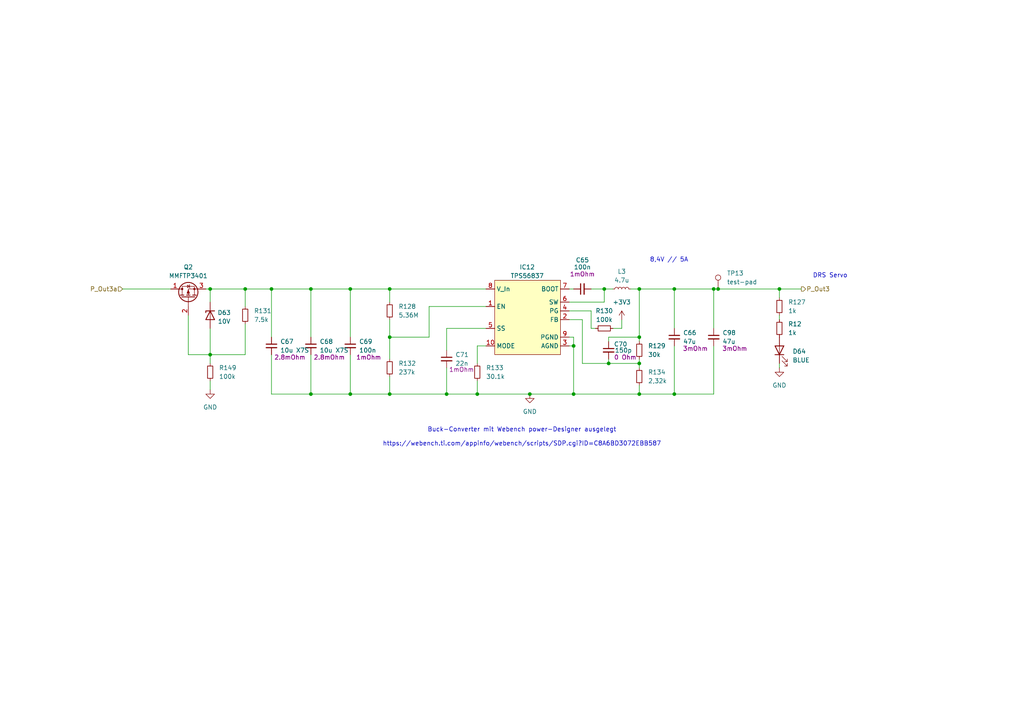
<source format=kicad_sch>
(kicad_sch (version 20250114) (generator "eeschema") (generator_version "9.0")
  (paper "A4")
  (title_block (title "PDU FT25") (date "2025-01-15") (rev "V1.2") (company "Janek Herm") (comment 1 "FaSTTUBe Electronics"))
  (lib_symbols
    (symbol "Connector:TestPoint" (pin_numbers (hide yes)) (pin_names (offset 0.762) (hide yes))
      (property "Reference" "TP" (at 0 6.858 0))
      (property "Value" "TestPoint" (at 0 5.08 0))
      (symbol "TestPoint_0_1"
        (circle (center 0 3.302) (radius 0.762))
      )
      (symbol "TestPoint_1_1"
        (pin passive line (at 0 0 90) (length 2.54) (name "1") (number "1"))
      )
    )
    (symbol "Device:C_Small" (pin_numbers (hide yes)) (pin_names (offset 0.254) (hide yes))
      (property "Reference" "C" (at 0.254 1.778 0))
      (property "Value" "C_Small" (at 0.254 -2.032 0))
      (symbol "C_Small_0_1"
        (polyline (pts (xy -1.524 0.508) (xy 1.524 0.508)) (stroke (width 0.3048)))
        (polyline (pts (xy -1.524 -0.508) (xy 1.524 -0.508)) (stroke (width 0.3302)))
      )
      (symbol "C_Small_1_1"
        (pin passive line (at 0 2.54 270) (length 2.032) (name "~") (number "1"))
        (pin passive line (at 0 -2.54 90) (length 2.032) (name "~") (number "2"))
      )
    )
    (symbol "Device:D_Zener" (pin_numbers (hide yes)) (pin_names (offset 1.016) (hide yes))
      (property "Reference" "D" (at 0 2.54 0))
      (property "Value" "D_Zener" (at 0 -2.54 0))
      (symbol "D_Zener_0_1"
        (polyline (pts (xy -1.27 -1.27) (xy -1.27 1.27) (xy -0.762 1.27)) (stroke (width 0.254)))
        (polyline (pts (xy 1.27 0) (xy -1.27 0)))
        (polyline (pts (xy 1.27 -1.27) (xy 1.27 1.27) (xy -1.27 0) (xy 1.27 -1.27)) (stroke (width 0.254)))
      )
      (symbol "D_Zener_1_1"
        (pin passive line (at -3.81 0 0) (length 2.54) (name "K") (number "1"))
        (pin passive line (at 3.81 0 180) (length 2.54) (name "A") (number "2"))
      )
    )
    (symbol "Device:LED" (pin_numbers (hide yes)) (pin_names (offset 1.016) (hide yes))
      (property "Reference" "D" (at 0 2.54 0))
      (property "Value" "LED" (at 0 -2.54 0))
      (symbol "LED_0_1"
        (polyline (pts (xy -3.048 -0.762) (xy -4.572 -2.286) (xy -3.81 -2.286) (xy -4.572 -2.286) (xy -4.572 -1.524)))
        (polyline (pts (xy -1.778 -0.762) (xy -3.302 -2.286) (xy -2.54 -2.286) (xy -3.302 -2.286) (xy -3.302 -1.524)))
        (polyline (pts (xy -1.27 0) (xy 1.27 0)))
        (polyline (pts (xy -1.27 -1.27) (xy -1.27 1.27)) (stroke (width 0.254)))
        (polyline (pts (xy 1.27 -1.27) (xy 1.27 1.27) (xy -1.27 0) (xy 1.27 -1.27)) (stroke (width 0.254)))
      )
      (symbol "LED_1_1"
        (pin passive line (at -3.81 0 0) (length 2.54) (name "K") (number "1"))
        (pin passive line (at 3.81 0 180) (length 2.54) (name "A") (number "2"))
      )
    )
    (symbol "Device:L_Small" (pin_numbers (hide yes)) (pin_names (offset 0.254) (hide yes))
      (property "Reference" "L" (at 0.762 1.016 0))
      (property "Value" "L_Small" (at 0.762 -1.016 0))
      (symbol "L_Small_0_1"
        (arc (start 0 2.032) (mid 0.5058 1.524) (end 0 1.016))
        (arc (start 0 1.016) (mid 0.5058 0.508) (end 0 0))
        (arc (start 0 0) (mid 0.5058 -0.508) (end 0 -1.016))
        (arc (start 0 -1.016) (mid 0.5058 -1.524) (end 0 -2.032))
      )
      (symbol "L_Small_1_1"
        (pin passive line (at 0 2.54 270) (length 0.508) (name "~") (number "1"))
        (pin passive line (at 0 -2.54 90) (length 0.508) (name "~") (number "2"))
      )
    )
    (symbol "Device:Q_PMOS_DGS" (pin_names (offset 0) (hide yes))
      (property "Reference" "Q" (at 5.08 1.27 0))
      (property "Value" "Q_PMOS_DGS" (at 5.08 -1.27 0))
      (symbol "Q_PMOS_DGS_0_1"
        (polyline (pts (xy 0.254 1.905) (xy 0.254 -1.905)) (stroke (width 0.254)))
        (polyline (pts (xy 0.254 0) (xy -2.54 0)))
        (polyline (pts (xy 0.762 2.286) (xy 0.762 1.27)) (stroke (width 0.254)))
        (polyline (pts (xy 0.762 1.778) (xy 3.302 1.778) (xy 3.302 -1.778) (xy 0.762 -1.778)))
        (polyline (pts (xy 0.762 0.508) (xy 0.762 -0.508)) (stroke (width 0.254)))
        (polyline (pts (xy 0.762 -1.27) (xy 0.762 -2.286)) (stroke (width 0.254)))
        (circle (center 1.651 0) (radius 2.794) (stroke (width 0.254)))
        (polyline (pts (xy 2.286 0) (xy 1.27 0.381) (xy 1.27 -0.381) (xy 2.286 0)) (fill (type outline)))
        (polyline (pts (xy 2.54 2.54) (xy 2.54 1.778)))
        (circle (center 2.54 1.778) (radius 0.254) (fill (type outline)))
        (circle (center 2.54 -1.778) (radius 0.254) (fill (type outline)))
        (polyline (pts (xy 2.54 -2.54) (xy 2.54 0) (xy 0.762 0)))
        (polyline (pts (xy 2.794 -0.508) (xy 2.921 -0.381) (xy 3.683 -0.381) (xy 3.81 -0.254)))
        (polyline (pts (xy 3.302 -0.381) (xy 2.921 0.254) (xy 3.683 0.254) (xy 3.302 -0.381)))
      )
      (symbol "Q_PMOS_DGS_1_1"
        (pin input line (at -5.08 0 0) (length 2.54) (name "G") (number "2"))
        (pin passive line (at 2.54 5.08 270) (length 2.54) (name "D") (number "1"))
        (pin passive line (at 2.54 -5.08 90) (length 2.54) (name "S") (number "3"))
      )
    )
    (symbol "Device:R_Small" (pin_numbers (hide yes)) (pin_names (offset 0.254) (hide yes))
      (property "Reference" "R" (at 0.762 0.508 0))
      (property "Value" "R_Small" (at 0.762 -1.016 0))
      (symbol "R_Small_0_1"
        (rectangle (start -0.762 1.778) (end 0.762 -1.778) (stroke (width 0.2032)))
      )
      (symbol "R_Small_1_1"
        (pin passive line (at 0 2.54 270) (length 0.762) (name "~") (number "1"))
        (pin passive line (at 0 -2.54 90) (length 0.762) (name "~") (number "2"))
      )
    )
    (symbol "FaSTTUBe_Voltage_Regulators:TPS56837"
      (property "Reference" "IC" (at -3.556 10.922 0))
      (property "Value" "TPS56837" (at -3.302 8.636 0))
      (symbol "TPS56837_1_1"
        (rectangle (start -12.7 7.62) (end 6.35 -13.97) (fill (type background)))
        (pin input line (at -15.24 5.08 0) (length 2.54) (name "V_In") (number "8"))
        (pin input line (at -15.24 0 0) (length 2.54) (name "EN") (number "1"))
        (pin input line (at -15.24 -6.35 0) (length 2.54) (name "SS") (number "5"))
        (pin input line (at -15.24 -11.43 0) (length 2.54) (name "MODE") (number "10"))
        (pin input line (at 8.89 5.08 180) (length 2.54) (name "BOOT") (number "7"))
        (pin input line (at 8.89 1.27 180) (length 2.54) (name "SW") (number "6"))
        (pin input line (at 8.89 -1.27 180) (length 2.54) (name "PG") (number "4"))
        (pin input line (at 8.89 -3.81 180) (length 2.54) (name "FB") (number "2"))
        (pin input line (at 8.89 -8.89 180) (length 2.54) (name "PGND") (number "9"))
        (pin input line (at 8.89 -11.43 180) (length 2.54) (name "AGND") (number "3"))
      )
    )
    (symbol "power:+3.3V" (power) (pin_numbers (hide yes)) (pin_names (offset 0) (hide yes))
      (property "Value" "+3.3V" (at 0 3.556 0))
      (symbol "+3.3V_0_1"
        (polyline (pts (xy -0.762 1.27) (xy 0 2.54)))
        (polyline (pts (xy 0 2.54) (xy 0.762 1.27)))
        (polyline (pts (xy 0 0) (xy 0 2.54)))
      )
      (symbol "+3.3V_1_1"
        (pin power_in line (at 0 0 90) (length 0) (name "~") (number "1"))
      )
    )
    (symbol "power:GND" (power) (pin_numbers (hide yes)) (pin_names (offset 0) (hide yes))
      (property "Value" "GND" (at 0 -3.81 0))
      (symbol "GND_0_1"
        (polyline (pts (xy 0 0) (xy 0 -1.27) (xy 1.27 -1.27) (xy 0 -2.54) (xy -1.27 -1.27) (xy 0 -1.27)))
      )
      (symbol "GND_1_1"
        (pin power_in line (at 0 0 270) (length 0) (name "~") (number "1"))
      )
    )
  )
  (text "DRS Servo" (at 240.792 80.01 0) (effects (font (size 1.27 1.27))))
  (text "8,4V // 5A" (at 194.056 75.438 0) (effects (font (size 1.27 1.27))))
  (text "Buck-Converter mit Webench power-Designer ausgelegt\n\nhttps://webench.ti.com/appinfo/webench/scripts/SDP.cgi?ID=C8A6BD3072EBB587" (at 151.384 126.746 0) (effects (font (size 1.27 1.27))))
  (junction (at 113.03 114.3))
  (junction (at 226.06 83.82))
  (junction (at 195.58 83.82))
  (junction (at 185.42 105.41))
  (junction (at 113.03 83.82))
  (junction (at 185.42 83.82))
  (junction (at 101.6 114.3))
  (junction (at 129.54 114.3))
  (junction (at 208.28 83.82))
  (junction (at 185.42 114.3))
  (junction (at 176.53 105.41))
  (junction (at 101.6 83.82))
  (junction (at 60.96 102.87))
  (junction (at 207.01 83.82))
  (junction (at 185.42 97.79))
  (junction (at 90.17 83.82))
  (junction (at 153.67 114.3))
  (junction (at 78.74 83.82))
  (junction (at 138.43 114.3))
  (junction (at 195.58 114.3))
  (junction (at 175.26 83.82))
  (junction (at 166.37 114.3))
  (junction (at 71.12 83.82))
  (junction (at 113.03 97.79))
  (junction (at 166.37 100.33))
  (junction (at 90.17 114.3))
  (junction (at 60.96 83.82))
  (wire (pts (xy 71.12 83.82) (xy 78.74 83.82)))
  (wire (pts (xy 124.46 88.9) (xy 124.46 97.79)))
  (wire (pts (xy 113.03 109.22) (xy 113.03 114.3)))
  (wire (pts (xy 165.1 92.71) (xy 168.91 92.71)))
  (wire (pts (xy 166.37 100.33) (xy 166.37 114.3)))
  (wire (pts (xy 226.06 83.82) (xy 226.06 86.36)))
  (wire (pts (xy 176.53 105.41) (xy 185.42 105.41)))
  (wire (pts (xy 60.96 110.49) (xy 60.96 113.03)))
  (wire (pts (xy 226.06 105.41) (xy 226.06 106.68)))
  (wire (pts (xy 180.34 95.25) (xy 180.34 92.71)))
  (wire (pts (xy 226.06 91.44) (xy 226.06 92.71)))
  (wire (pts (xy 60.96 83.82) (xy 71.12 83.82)))
  (wire (pts (xy 101.6 102.87) (xy 101.6 114.3)))
  (wire (pts (xy 35.56 83.82) (xy 49.53 83.82)))
  (wire (pts (xy 90.17 102.87) (xy 90.17 114.3)))
  (wire (pts (xy 90.17 83.82) (xy 90.17 97.79)))
  (wire (pts (xy 185.42 111.76) (xy 185.42 114.3)))
  (wire (pts (xy 71.12 102.87) (xy 60.96 102.87)))
  (wire (pts (xy 185.42 99.06) (xy 185.42 97.79)))
  (wire (pts (xy 60.96 102.87) (xy 60.96 105.41)))
  (wire (pts (xy 140.97 88.9) (xy 124.46 88.9)))
  (wire (pts (xy 177.8 83.82) (xy 175.26 83.82)))
  (wire (pts (xy 171.45 90.17) (xy 171.45 95.25)))
  (wire (pts (xy 129.54 106.68) (xy 129.54 114.3)))
  (wire (pts (xy 101.6 83.82) (xy 101.6 97.79)))
  (wire (pts (xy 71.12 83.82) (xy 71.12 88.9)))
  (wire (pts (xy 175.26 87.63) (xy 175.26 83.82)))
  (wire (pts (xy 208.28 83.82) (xy 226.06 83.82)))
  (wire (pts (xy 185.42 83.82) (xy 185.42 97.79)))
  (wire (pts (xy 166.37 114.3) (xy 185.42 114.3)))
  (wire (pts (xy 166.37 97.79) (xy 166.37 100.33)))
  (wire (pts (xy 165.1 87.63) (xy 175.26 87.63)))
  (wire (pts (xy 59.69 83.82) (xy 60.96 83.82)))
  (wire (pts (xy 138.43 110.49) (xy 138.43 114.3)))
  (wire (pts (xy 124.46 97.79) (xy 113.03 97.79)))
  (wire (pts (xy 185.42 114.3) (xy 195.58 114.3)))
  (wire (pts (xy 226.06 83.82) (xy 232.41 83.82)))
  (wire (pts (xy 185.42 83.82) (xy 195.58 83.82)))
  (wire (pts (xy 54.61 91.44) (xy 54.61 102.87)))
  (wire (pts (xy 195.58 100.33) (xy 195.58 114.3)))
  (wire (pts (xy 113.03 114.3) (xy 129.54 114.3)))
  (wire (pts (xy 138.43 114.3) (xy 153.67 114.3)))
  (wire (pts (xy 185.42 104.14) (xy 185.42 105.41)))
  (wire (pts (xy 113.03 92.71) (xy 113.03 97.79)))
  (wire (pts (xy 165.1 83.82) (xy 166.37 83.82)))
  (wire (pts (xy 195.58 83.82) (xy 195.58 95.25)))
  (wire (pts (xy 54.61 102.87) (xy 60.96 102.87)))
  (wire (pts (xy 176.53 105.41) (xy 176.53 104.14)))
  (wire (pts (xy 195.58 114.3) (xy 207.01 114.3)))
  (wire (pts (xy 78.74 102.87) (xy 78.74 114.3)))
  (wire (pts (xy 78.74 114.3) (xy 90.17 114.3)))
  (wire (pts (xy 165.1 90.17) (xy 171.45 90.17)))
  (wire (pts (xy 165.1 97.79) (xy 166.37 97.79)))
  (wire (pts (xy 171.45 95.25) (xy 172.72 95.25)))
  (wire (pts (xy 165.1 100.33) (xy 166.37 100.33)))
  (wire (pts (xy 140.97 100.33) (xy 138.43 100.33)))
  (wire (pts (xy 138.43 100.33) (xy 138.43 105.41)))
  (wire (pts (xy 90.17 83.82) (xy 101.6 83.82)))
  (wire (pts (xy 185.42 105.41) (xy 185.42 106.68)))
  (wire (pts (xy 168.91 92.71) (xy 168.91 105.41)))
  (wire (pts (xy 71.12 93.98) (xy 71.12 102.87)))
  (wire (pts (xy 60.96 95.25) (xy 60.96 102.87)))
  (wire (pts (xy 129.54 114.3) (xy 138.43 114.3)))
  (wire (pts (xy 60.96 83.82) (xy 60.96 87.63)))
  (wire (pts (xy 113.03 83.82) (xy 113.03 87.63)))
  (wire (pts (xy 182.88 83.82) (xy 185.42 83.82)))
  (wire (pts (xy 171.45 83.82) (xy 175.26 83.82)))
  (wire (pts (xy 177.8 95.25) (xy 180.34 95.25)))
  (wire (pts (xy 140.97 95.25) (xy 129.54 95.25)))
  (wire (pts (xy 101.6 83.82) (xy 113.03 83.82)))
  (wire (pts (xy 78.74 83.82) (xy 90.17 83.82)))
  (wire (pts (xy 78.74 83.82) (xy 78.74 97.79)))
  (wire (pts (xy 113.03 97.79) (xy 113.03 104.14)))
  (wire (pts (xy 207.01 100.33) (xy 207.01 114.3)))
  (wire (pts (xy 129.54 95.25) (xy 129.54 101.6)))
  (wire (pts (xy 168.91 105.41) (xy 176.53 105.41)))
  (wire (pts (xy 176.53 97.79) (xy 176.53 99.06)))
  (wire (pts (xy 101.6 114.3) (xy 113.03 114.3)))
  (wire (pts (xy 195.58 83.82) (xy 207.01 83.82)))
  (wire (pts (xy 153.67 114.3) (xy 166.37 114.3)))
  (wire (pts (xy 113.03 83.82) (xy 140.97 83.82)))
  (wire (pts (xy 207.01 83.82) (xy 208.28 83.82)))
  (wire (pts (xy 207.01 83.82) (xy 207.01 95.25)))
  (wire (pts (xy 90.17 114.3) (xy 101.6 114.3)))
  (wire (pts (xy 176.53 97.79) (xy 185.42 97.79)))
  (hierarchical_label "P_Out3" (shape output) (at 232.41 83.82 0))
  (hierarchical_label "P_Out3a" (shape input) (at 35.56 83.82 180))
  (symbol (lib_id "Device:R_Small") (at 185.42 109.22 0) (unit 1)
    (property "Reference" "R134" (at 187.96 107.9499 0) (effects (justify left)))
    (property "Value" "2,32k" (at 187.96 110.4899 0) (effects (justify left)))
    (property "Footprint" "Resistor_SMD:R_0603_1608Metric" (effects (hide yes)))
    (property "Description" "Resistor, small symbol" (effects (hide yes)))
  )
  (symbol (lib_id "Connector:TestPoint") (at 208.28 83.82 0) (unit 1)
    (property "Reference" "TP13" (at 210.82 79.2479 0) (effects (justify left)))
    (property "Value" "test-pad" (at 210.82 81.7879 0) (effects (justify left)))
    (property "Footprint" "5025:5025" (effects (hide yes)))
    (property "Description" "test point" (effects (hide yes)))
  )
  (symbol (lib_id "Device:D_Zener") (at 60.96 91.44 90) (mirror x) (unit 1)
    (property "Reference" "D63" (at 65.024 90.678 90))
    (property "Value" "10V" (at 65.024 93.218 90))
    (property "Footprint" "3SMAJ5934B-TP:DIOM5226X244N" (effects (hide yes)))
    (property "Datasheet" "https://www.mouser.de/datasheet/2/258/3SMAJ5918B_3SMAJ5956B_SMA_-3423242.pdf" (effects (hide yes)))
    (property "Description" "Zener diode" (effects (hide yes)))
    (property "MPR" "3SMAJ5925B" (effects (hide yes)))
  )
  (symbol (lib_id "Device:R_Small") (at 60.96 107.95 0) (unit 1)
    (property "Reference" "R149" (at 63.5 106.6799 0) (effects (justify left)))
    (property "Value" "100k" (at 63.5 109.2199 0) (effects (justify left)))
    (property "Footprint" "Resistor_SMD:R_0603_1608Metric" (effects (hide yes)))
    (property "Description" "Resistor, small symbol" (effects (hide yes)))
  )
  (symbol (lib_id "Device:C_Small") (at 78.74 100.33 0) (unit 1)
    (property "Reference" "C67" (at 81.28 99.0662 0) (effects (justify left)))
    (property "Value" "10u X7S" (at 81.28 101.6062 0) (effects (justify left)))
    (property "Footprint" "Capacitor_SMD:C_1210_3225Metric" (effects (hide yes)))
    (property "Description" "Unpolarized capacitor, small symbol" (effects (hide yes)))
    (property "Resistance" "2.8mOhm" (at 84.074 103.632 0))
  )
  (symbol (lib_id "Device:LED") (at 226.06 101.6 90) (unit 1)
    (property "Reference" "D64" (at 229.87 101.9174 90) (effects (justify right)))
    (property "Value" "BLUE" (at 229.87 104.4574 90) (effects (justify right)))
    (property "Footprint" "LED_SMD:LED_0603_1608Metric" (effects (hide yes)))
    (property "Datasheet" "https://www.we-online.com/components/products/datasheet/150060BS75000.pdf" (effects (hide yes)))
    (property "Description" "Light emitting diode" (effects (hide yes)))
    (property "MPR" "150060BS75000" (effects (hide yes)))
  )
  (symbol (lib_id "Device:C_Small") (at 129.54 104.14 0) (unit 1)
    (property "Reference" "C71" (at 132.08 102.8762 0) (effects (justify left)))
    (property "Value" "22n" (at 132.08 105.4162 0) (effects (justify left)))
    (property "Footprint" "Capacitor_SMD:C_0603_1608Metric" (effects (hide yes)))
    (property "Description" "Unpolarized capacitor, small symbol" (effects (hide yes)))
    (property "Resistance" "1mOhm" (at 133.858 107.188 0))
  )
  (symbol (lib_id "Device:Q_PMOS_DGS") (at 54.61 86.36 90) (unit 1)
    (property "Reference" "Q2" (at 54.61 77.47 90))
    (property "Value" "MMFTP3401" (at 54.61 80.01 90))
    (property "Footprint" "FaSTTUBe_Switches:SOT-23_GSD" (effects (hide yes)))
    (property "Datasheet" "https://diotec.com/request/datasheet/mmftp3401.pdf" (effects (hide yes)))
    (property "Description" "P-MOSFET transistor, drain/gate/source" (effects (hide yes)))
    (property "Sim.Device" "PMOS" (effects (hide yes)))
    (property "Sim.Type" "VDMOS" (effects (hide yes)))
    (property "Sim.Pins" "1=D 2=G 3=S" (effects (hide yes)))
  )
  (symbol (lib_id "Device:C_Small") (at 101.6 100.33 0) (unit 1)
    (property "Reference" "C69" (at 104.14 99.0662 0) (effects (justify left)))
    (property "Value" "100n" (at 104.14 101.6062 0) (effects (justify left)))
    (property "Footprint" "Capacitor_SMD:C_0805_2012Metric" (effects (hide yes)))
    (property "Description" "Unpolarized capacitor, small symbol" (effects (hide yes)))
    (property "Resistance" "1mOhm" (at 106.934 103.632 0))
  )
  (symbol (lib_id "power:GND") (at 60.96 113.03 0) (unit 1)
    (property "Reference" "#PWR0190" (effects (hide yes)))
    (property "Value" "GND" (at 60.96 118.11 0))
    (property "Description" "Power symbol creates a global label with name \"GND\" , ground" (effects (hide yes)))
  )
  (symbol (lib_id "Device:R_Small") (at 226.06 95.25 0) (unit 1)
    (property "Reference" "R12" (at 228.6 93.9799 0) (effects (justify left)))
    (property "Value" "1k" (at 228.6 96.5199 0) (effects (justify left)))
    (property "Footprint" "Resistor_SMD:R_0603_1608Metric" (effects (hide yes)))
    (property "Description" "Resistor, small symbol" (effects (hide yes)))
  )
  (symbol (lib_id "FaSTTUBe_Voltage_Regulators:TPS56837") (at 156.21 88.9 0) (unit 1)
    (property "Reference" "IC12" (at 152.908 77.47 0))
    (property "Value" "TPS56837" (at 152.908 80.01 0))
    (property "Footprint" "TPS56837:TPS56837" (effects (hide yes)))
    (property "Datasheet" "https://www.ti.com/lit/ds/symlink/tps56837.pdf?ts=1731338435977" (effects (hide yes)))
  )
  (symbol (lib_id "Device:C_Small") (at 207.01 97.79 0) (unit 1)
    (property "Reference" "C98" (at 209.55 96.5262 0) (effects (justify left)))
    (property "Value" "47u" (at 209.55 99.0662 0) (effects (justify left)))
    (property "Footprint" "Capacitor_SMD:C_1206_3216Metric" (effects (hide yes)))
    (property "Description" "Unpolarized capacitor, small symbol" (effects (hide yes)))
    (property "Resistance" "3mOhm" (at 213.106 101.092 0))
  )
  (symbol (lib_id "Device:R_Small") (at 138.43 107.95 0) (unit 1)
    (property "Reference" "R133" (at 140.97 106.6799 0) (effects (justify left)))
    (property "Value" "30.1k" (at 140.97 109.2199 0) (effects (justify left)))
    (property "Footprint" "Resistor_SMD:R_0603_1608Metric" (effects (hide yes)))
    (property "Description" "Resistor, small symbol" (effects (hide yes)))
  )
  (symbol (lib_id "power:GND") (at 153.67 114.3 0) (unit 1)
    (property "Reference" "#PWR0191" (effects (hide yes)))
    (property "Value" "GND" (at 153.67 119.38 0))
    (property "Description" "Power symbol creates a global label with name \"GND\" , ground" (effects (hide yes)))
  )
  (symbol (lib_id "Device:R_Small") (at 71.12 91.44 0) (unit 1)
    (property "Reference" "R131" (at 73.66 90.1699 0) (effects (justify left)))
    (property "Value" "7.5k" (at 73.66 92.7099 0) (effects (justify left)))
    (property "Footprint" "Resistor_SMD:R_0603_1608Metric" (effects (hide yes)))
    (property "Description" "Resistor, small symbol" (effects (hide yes)))
  )
  (symbol (lib_id "Device:C_Small") (at 195.58 97.79 0) (unit 1)
    (property "Reference" "C66" (at 198.12 96.5262 0) (effects (justify left)))
    (property "Value" "47u" (at 198.12 99.0662 0) (effects (justify left)))
    (property "Footprint" "Capacitor_SMD:C_1206_3216Metric" (effects (hide yes)))
    (property "Description" "Unpolarized capacitor, small symbol" (effects (hide yes)))
    (property "Resistance" "3mOhm" (at 201.676 101.092 0))
  )
  (symbol (lib_id "Device:R_Small") (at 226.06 88.9 0) (unit 1)
    (property "Reference" "R127" (at 228.6 87.6299 0) (effects (justify left)))
    (property "Value" "1k" (at 228.6 90.1699 0) (effects (justify left)))
    (property "Footprint" "Resistor_SMD:R_0603_1608Metric" (effects (hide yes)))
    (property "Description" "Resistor, small symbol" (effects (hide yes)))
  )
  (symbol (lib_id "Device:R_Small") (at 113.03 106.68 0) (unit 1)
    (property "Reference" "R132" (at 115.57 105.4099 0) (effects (justify left)))
    (property "Value" "237k" (at 115.57 107.9499 0) (effects (justify left)))
    (property "Footprint" "Resistor_SMD:R_0603_1608Metric" (effects (hide yes)))
    (property "Description" "Resistor, small symbol" (effects (hide yes)))
  )
  (symbol (lib_id "Device:C_Small") (at 176.53 101.6 0) (unit 1)
    (property "Reference" "C70" (at 178.054 99.8282 0) (effects (justify left)))
    (property "Value" "150p" (at 178.308 101.6062 0) (effects (justify left)))
    (property "Footprint" "Capacitor_SMD:C_0603_1608Metric" (effects (hide yes)))
    (property "Description" "Unpolarized capacitor, small symbol" (effects (hide yes)))
    (property "Resistance" "0 Ohm" (at 181.356 103.632 0))
  )
  (symbol (lib_id "Device:L_Small") (at 180.34 83.82 90) (unit 1)
    (property "Reference" "L3" (at 180.34 78.74 90))
    (property "Value" "4.7u" (at 180.34 81.28 90))
    (property "Footprint" "7443330470:WE-HCC_109021" (effects (hide yes)))
    (property "Datasheet" "https://www.we-online.com/components/products/datasheet/7443330470.pdf" (effects (hide yes)))
    (property "Description" "Inductor, small symbol" (effects (hide yes)))
  )
  (symbol (lib_id "Device:C_Small") (at 90.17 100.33 0) (unit 1)
    (property "Reference" "C68" (at 92.71 99.0662 0) (effects (justify left)))
    (property "Value" "10u X7S" (at 92.71 101.6062 0) (effects (justify left)))
    (property "Footprint" "Capacitor_SMD:C_1210_3225Metric" (effects (hide yes)))
    (property "Description" "Unpolarized capacitor, small symbol" (effects (hide yes)))
    (property "Resistance" "2.8mOhm" (at 95.504 103.632 0))
  )
  (symbol (lib_id "Device:R_Small") (at 185.42 101.6 0) (unit 1)
    (property "Reference" "R129" (at 187.96 100.3299 0) (effects (justify left)))
    (property "Value" "30k" (at 187.96 102.8699 0) (effects (justify left)))
    (property "Footprint" "Resistor_SMD:R_0603_1608Metric" (effects (hide yes)))
    (property "Description" "Resistor, small symbol" (effects (hide yes)))
  )
  (symbol (lib_id "power:GND") (at 226.06 106.68 0) (unit 1)
    (property "Reference" "#PWR0189" (effects (hide yes)))
    (property "Value" "GND" (at 226.06 111.76 0))
    (property "Description" "Power symbol creates a global label with name \"GND\" , ground" (effects (hide yes)))
  )
  (symbol (lib_id "Device:C_Small") (at 168.91 83.82 90) (unit 1)
    (property "Reference" "C65" (at 168.9163 75.438 90))
    (property "Value" "100n" (at 168.9163 77.47 90))
    (property "Footprint" "Capacitor_SMD:C_0603_1608Metric" (effects (hide yes)))
    (property "Description" "Unpolarized capacitor, small symbol" (effects (hide yes)))
    (property "Resistance" "1mOhm" (at 168.91 79.502 90))
  )
  (symbol (lib_id "power:+3.3V") (at 180.34 92.71 0) (unit 1)
    (property "Reference" "#PWR0188" (effects (hide yes)))
    (property "Value" "+3V3" (at 180.34 87.63 0))
    (property "Description" "Power symbol creates a global label with name \"+3.3V\"" (effects (hide yes)))
  )
  (symbol (lib_id "Device:R_Small") (at 113.03 90.17 0) (unit 1)
    (property "Reference" "R128" (at 115.57 88.8999 0) (effects (justify left)))
    (property "Value" "5.36M" (at 115.57 91.4399 0) (effects (justify left)))
    (property "Footprint" "Resistor_SMD:R_0603_1608Metric" (effects (hide yes)))
    (property "Description" "Resistor, small symbol" (effects (hide yes)))
  )
  (symbol (lib_id "Device:R_Small") (at 175.26 95.25 90) (unit 1)
    (property "Reference" "R130" (at 175.26 90.17 90))
    (property "Value" "100k" (at 175.26 92.71 90))
    (property "Footprint" "Resistor_SMD:R_0603_1608Metric" (effects (hide yes)))
    (property "Description" "Resistor, small symbol" (effects (hide yes)))
  )
)
</source>
